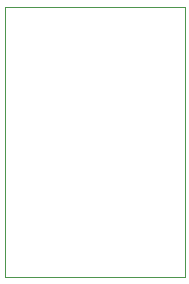
<source format=gbr>
G04 #@! TF.GenerationSoftware,KiCad,Pcbnew,(5.1.4-0-10_14)*
G04 #@! TF.CreationDate,2019-12-02T19:45:47-06:00*
G04 #@! TF.ProjectId,LM2592 Breakout Board,4c4d3235-3932-4204-9272-65616b6f7574,v0.1*
G04 #@! TF.SameCoordinates,Original*
G04 #@! TF.FileFunction,Profile,NP*
%FSLAX46Y46*%
G04 Gerber Fmt 4.6, Leading zero omitted, Abs format (unit mm)*
G04 Created by KiCad (PCBNEW (5.1.4-0-10_14)) date 2019-12-02 19:45:47*
%MOMM*%
%LPD*%
G04 APERTURE LIST*
%ADD10C,0.050000*%
G04 APERTURE END LIST*
D10*
X152400000Y-74930000D02*
X152400000Y-97790000D01*
X167640000Y-74930000D02*
X152400000Y-74930000D01*
X167640000Y-97790000D02*
X167640000Y-74930000D01*
X152400000Y-97790000D02*
X167640000Y-97790000D01*
M02*

</source>
